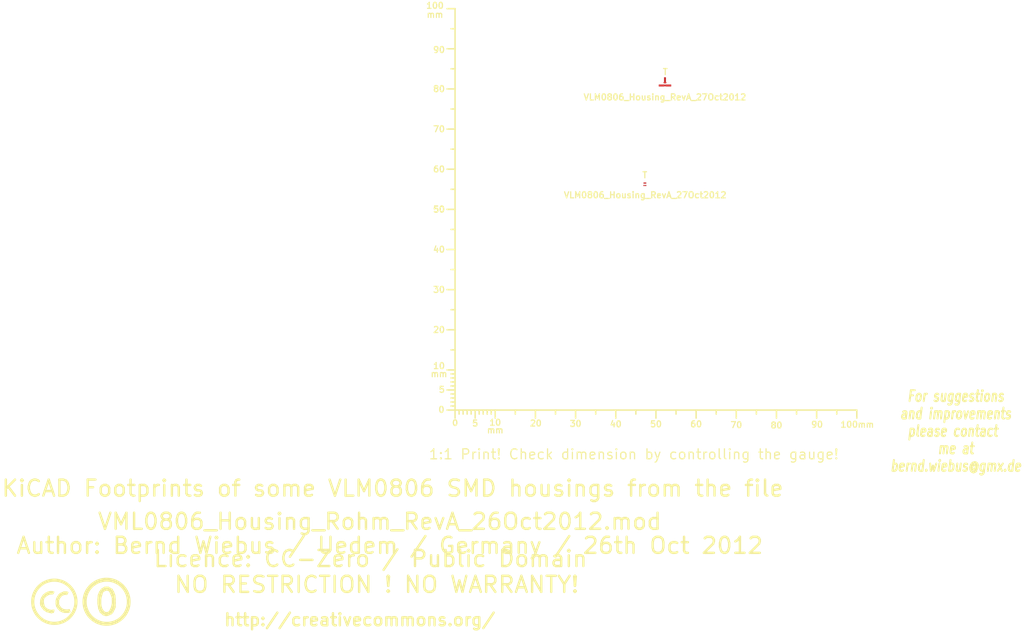
<source format=kicad_pcb>
(kicad_pcb (version 3) (host pcbnew "(2013-03-30 BZR 4007)-stable")

  (general
    (links 0)
    (no_connects 0)
    (area -18.90696 -26.19887 274.02378 178.10007)
    (thickness 1.6002)
    (drawings 7)
    (tracks 0)
    (zones 0)
    (modules 5)
    (nets 1)
  )

  (page A4)
  (layers
    (15 Vorderseite signal)
    (0 Rückseite signal)
    (16 B.Adhes user)
    (17 F.Adhes user)
    (18 B.Paste user)
    (19 F.Paste user)
    (20 B.SilkS user)
    (21 F.SilkS user)
    (22 B.Mask user)
    (23 F.Mask user)
    (24 Dwgs.User user)
    (25 Cmts.User user)
    (26 Eco1.User user)
    (27 Eco2.User user)
    (28 Edge.Cuts user)
  )

  (setup
    (last_trace_width 0.2032)
    (trace_clearance 0.254)
    (zone_clearance 0.508)
    (zone_45_only no)
    (trace_min 0.2032)
    (segment_width 0.381)
    (edge_width 0.381)
    (via_size 0.889)
    (via_drill 0.635)
    (via_min_size 0.889)
    (via_min_drill 0.508)
    (uvia_size 0.508)
    (uvia_drill 0.127)
    (uvias_allowed no)
    (uvia_min_size 0.508)
    (uvia_min_drill 0.127)
    (pcb_text_width 0.3048)
    (pcb_text_size 1.524 2.032)
    (mod_edge_width 0.381)
    (mod_text_size 1.524 1.524)
    (mod_text_width 0.3048)
    (pad_size 1.524 1.524)
    (pad_drill 0.8128)
    (pad_to_mask_clearance 0.254)
    (aux_axis_origin 0 0)
    (visible_elements 7FFFFFFF)
    (pcbplotparams
      (layerselection 3178497)
      (usegerberextensions true)
      (excludeedgelayer true)
      (linewidth 60)
      (plotframeref false)
      (viasonmask false)
      (mode 1)
      (useauxorigin false)
      (hpglpennumber 1)
      (hpglpenspeed 20)
      (hpglpendiameter 15)
      (hpglpenoverlay 0)
      (psnegative false)
      (psa4output false)
      (plotreference true)
      (plotvalue true)
      (plotothertext true)
      (plotinvisibletext false)
      (padsonsilk false)
      (subtractmaskfromsilk false)
      (outputformat 1)
      (mirror false)
      (drillshape 1)
      (scaleselection 1)
      (outputdirectory ""))
  )

  (net 0 "")

  (net_class Default "Dies ist die voreingestellte Netzklasse."
    (clearance 0.254)
    (trace_width 0.2032)
    (via_dia 0.889)
    (via_drill 0.635)
    (uvia_dia 0.508)
    (uvia_drill 0.127)
    (add_net "")
  )

  (module Gauge_100mm_Type2_SilkScreenTop_RevA_Date22Jun2010 (layer Vorderseite) (tedit 4D963937) (tstamp 4D88F07A)
    (at 132.75056 141.2494)
    (descr "Gauge, Massstab, 100mm, SilkScreenTop, Type 2,")
    (tags "Gauge, Massstab, 100mm, SilkScreenTop, Type 2,")
    (path Gauge_100mm_Type2_SilkScreenTop_RevA_Date22Jun2010)
    (fp_text reference MSC (at 4.0005 8.99922) (layer F.SilkS) hide
      (effects (font (size 1.524 1.524) (thickness 0.3048)))
    )
    (fp_text value Gauge_100mm_Type2_SilkScreenTop_RevA_Date22Jun2010 (at 45.9994 8.99922) (layer F.SilkS) hide
      (effects (font (size 1.524 1.524) (thickness 0.3048)))
    )
    (fp_text user mm (at 9.99998 5.00126) (layer F.SilkS)
      (effects (font (size 1.524 1.524) (thickness 0.3048)))
    )
    (fp_text user mm (at -4.0005 -8.99922) (layer F.SilkS)
      (effects (font (size 1.524 1.524) (thickness 0.3048)))
    )
    (fp_text user mm (at -5.00126 -98.5012) (layer F.SilkS)
      (effects (font (size 1.524 1.524) (thickness 0.3048)))
    )
    (fp_text user 10 (at 10.00506 3.0988) (layer F.SilkS)
      (effects (font (size 1.50114 1.50114) (thickness 0.29972)))
    )
    (fp_text user 0 (at 0.00508 3.19786) (layer F.SilkS)
      (effects (font (size 1.39954 1.50114) (thickness 0.29972)))
    )
    (fp_text user 5 (at 5.0038 3.29946) (layer F.SilkS)
      (effects (font (size 1.50114 1.50114) (thickness 0.29972)))
    )
    (fp_text user 20 (at 20.1041 3.29946) (layer F.SilkS)
      (effects (font (size 1.50114 1.50114) (thickness 0.29972)))
    )
    (fp_text user 30 (at 30.00502 3.39852) (layer F.SilkS)
      (effects (font (size 1.50114 1.50114) (thickness 0.29972)))
    )
    (fp_text user 40 (at 40.005 3.50012) (layer F.SilkS)
      (effects (font (size 1.50114 1.50114) (thickness 0.29972)))
    )
    (fp_text user 50 (at 50.00498 3.50012) (layer F.SilkS)
      (effects (font (size 1.50114 1.50114) (thickness 0.29972)))
    )
    (fp_text user 60 (at 60.00496 3.50012) (layer F.SilkS)
      (effects (font (size 1.50114 1.50114) (thickness 0.29972)))
    )
    (fp_text user 70 (at 70.00494 3.70078) (layer F.SilkS)
      (effects (font (size 1.50114 1.50114) (thickness 0.29972)))
    )
    (fp_text user 80 (at 80.00492 3.79984) (layer F.SilkS)
      (effects (font (size 1.50114 1.50114) (thickness 0.29972)))
    )
    (fp_text user 90 (at 90.1065 3.60172) (layer F.SilkS)
      (effects (font (size 1.50114 1.50114) (thickness 0.29972)))
    )
    (fp_text user 100mm (at 100.10648 3.60172) (layer F.SilkS)
      (effects (font (size 1.50114 1.50114) (thickness 0.29972)))
    )
    (fp_line (start 0 -8.99922) (end -1.00076 -8.99922) (layer F.SilkS) (width 0.381))
    (fp_line (start 0 -8.001) (end -1.00076 -8.001) (layer F.SilkS) (width 0.381))
    (fp_line (start 0 -7.00024) (end -1.00076 -7.00024) (layer F.SilkS) (width 0.381))
    (fp_line (start 0 -5.99948) (end -1.00076 -5.99948) (layer F.SilkS) (width 0.381))
    (fp_line (start 0 -4.0005) (end -1.00076 -4.0005) (layer F.SilkS) (width 0.381))
    (fp_line (start 0 -2.99974) (end -1.00076 -2.99974) (layer F.SilkS) (width 0.381))
    (fp_line (start 0 -1.99898) (end -1.00076 -1.99898) (layer F.SilkS) (width 0.381))
    (fp_line (start 0 -1.00076) (end -1.00076 -1.00076) (layer F.SilkS) (width 0.381))
    (fp_line (start 0 0) (end -1.99898 0) (layer F.SilkS) (width 0.381))
    (fp_line (start 0 -5.00126) (end -1.99898 -5.00126) (layer F.SilkS) (width 0.381))
    (fp_line (start 0 -9.99998) (end -1.99898 -9.99998) (layer F.SilkS) (width 0.381))
    (fp_line (start 0 -15.00124) (end -1.00076 -15.00124) (layer F.SilkS) (width 0.381))
    (fp_line (start 0 -19.99996) (end -1.99898 -19.99996) (layer F.SilkS) (width 0.381))
    (fp_line (start 0 -25.00122) (end -1.00076 -25.00122) (layer F.SilkS) (width 0.381))
    (fp_line (start 0 -29.99994) (end -1.99898 -29.99994) (layer F.SilkS) (width 0.381))
    (fp_line (start 0 -35.0012) (end -1.00076 -35.0012) (layer F.SilkS) (width 0.381))
    (fp_line (start 0 -39.99992) (end -1.99898 -39.99992) (layer F.SilkS) (width 0.381))
    (fp_line (start 0 -45.00118) (end -1.00076 -45.00118) (layer F.SilkS) (width 0.381))
    (fp_line (start 0 -49.9999) (end -1.99898 -49.9999) (layer F.SilkS) (width 0.381))
    (fp_line (start 0 -55.00116) (end -1.00076 -55.00116) (layer F.SilkS) (width 0.381))
    (fp_line (start 0 -59.99988) (end -1.99898 -59.99988) (layer F.SilkS) (width 0.381))
    (fp_line (start 0 -65.00114) (end -1.00076 -65.00114) (layer F.SilkS) (width 0.381))
    (fp_line (start 0 -69.99986) (end -1.99898 -69.99986) (layer F.SilkS) (width 0.381))
    (fp_line (start 0 -75.00112) (end -1.00076 -75.00112) (layer F.SilkS) (width 0.381))
    (fp_line (start 0 -79.99984) (end -1.99898 -79.99984) (layer F.SilkS) (width 0.381))
    (fp_line (start 0 -85.0011) (end -1.00076 -85.0011) (layer F.SilkS) (width 0.381))
    (fp_line (start 0 -89.99982) (end -1.99898 -89.99982) (layer F.SilkS) (width 0.381))
    (fp_line (start 0 -95.00108) (end -1.00076 -95.00108) (layer F.SilkS) (width 0.381))
    (fp_line (start 0 0) (end 0 -99.9998) (layer F.SilkS) (width 0.381))
    (fp_line (start 0 -99.9998) (end -1.99898 -99.9998) (layer F.SilkS) (width 0.381))
    (fp_text user 100 (at -4.99872 -100.7491) (layer F.SilkS)
      (effects (font (size 1.50114 1.50114) (thickness 0.29972)))
    )
    (fp_text user 90 (at -4.0005 -89.7509) (layer F.SilkS)
      (effects (font (size 1.50114 1.50114) (thickness 0.29972)))
    )
    (fp_text user 80 (at -4.0005 -79.99984) (layer F.SilkS)
      (effects (font (size 1.50114 1.50114) (thickness 0.29972)))
    )
    (fp_text user 70 (at -4.0005 -69.99986) (layer F.SilkS)
      (effects (font (size 1.50114 1.50114) (thickness 0.29972)))
    )
    (fp_text user 60 (at -4.0005 -59.99988) (layer F.SilkS)
      (effects (font (size 1.50114 1.50114) (thickness 0.29972)))
    )
    (fp_text user 50 (at -4.0005 -49.9999) (layer F.SilkS)
      (effects (font (size 1.50114 1.50114) (thickness 0.34036)))
    )
    (fp_text user 40 (at -4.0005 -39.99992) (layer F.SilkS)
      (effects (font (size 1.50114 1.50114) (thickness 0.29972)))
    )
    (fp_text user 30 (at -4.0005 -29.99994) (layer F.SilkS)
      (effects (font (size 1.50114 1.50114) (thickness 0.29972)))
    )
    (fp_text user 20 (at -4.0005 -19.99996) (layer F.SilkS)
      (effects (font (size 1.50114 1.50114) (thickness 0.29972)))
    )
    (fp_line (start 95.00108 0) (end 95.00108 1.00076) (layer F.SilkS) (width 0.381))
    (fp_line (start 89.99982 0) (end 89.99982 1.99898) (layer F.SilkS) (width 0.381))
    (fp_line (start 85.0011 0) (end 85.0011 1.00076) (layer F.SilkS) (width 0.381))
    (fp_line (start 79.99984 0) (end 79.99984 1.99898) (layer F.SilkS) (width 0.381))
    (fp_line (start 75.00112 0) (end 75.00112 1.00076) (layer F.SilkS) (width 0.381))
    (fp_line (start 69.99986 0) (end 69.99986 1.99898) (layer F.SilkS) (width 0.381))
    (fp_line (start 65.00114 0) (end 65.00114 1.00076) (layer F.SilkS) (width 0.381))
    (fp_line (start 59.99988 0) (end 59.99988 1.99898) (layer F.SilkS) (width 0.381))
    (fp_line (start 55.00116 0) (end 55.00116 1.00076) (layer F.SilkS) (width 0.381))
    (fp_line (start 49.9999 0) (end 49.9999 1.99898) (layer F.SilkS) (width 0.381))
    (fp_line (start 45.00118 0) (end 45.00118 1.00076) (layer F.SilkS) (width 0.381))
    (fp_line (start 39.99992 0) (end 39.99992 1.99898) (layer F.SilkS) (width 0.381))
    (fp_line (start 35.0012 0) (end 35.0012 1.00076) (layer F.SilkS) (width 0.381))
    (fp_line (start 29.99994 0) (end 29.99994 1.99898) (layer F.SilkS) (width 0.381))
    (fp_line (start 25.00122 0) (end 25.00122 1.00076) (layer F.SilkS) (width 0.381))
    (fp_line (start 19.99996 0) (end 19.99996 1.99898) (layer F.SilkS) (width 0.381))
    (fp_line (start 15.00124 0) (end 15.00124 1.00076) (layer F.SilkS) (width 0.381))
    (fp_line (start 9.99998 0) (end 99.9998 0) (layer F.SilkS) (width 0.381))
    (fp_line (start 99.9998 0) (end 99.9998 1.99898) (layer F.SilkS) (width 0.381))
    (fp_text user 5 (at -3.302 -5.10286) (layer F.SilkS)
      (effects (font (size 1.50114 1.50114) (thickness 0.29972)))
    )
    (fp_text user 0 (at -3.4036 -0.10414) (layer F.SilkS)
      (effects (font (size 1.50114 1.50114) (thickness 0.29972)))
    )
    (fp_text user 10 (at -4.0005 -11.00074) (layer F.SilkS)
      (effects (font (size 1.50114 1.50114) (thickness 0.29972)))
    )
    (fp_line (start 8.99922 0) (end 8.99922 1.00076) (layer F.SilkS) (width 0.381))
    (fp_line (start 8.001 0) (end 8.001 1.00076) (layer F.SilkS) (width 0.381))
    (fp_line (start 7.00024 0) (end 7.00024 1.00076) (layer F.SilkS) (width 0.381))
    (fp_line (start 5.99948 0) (end 5.99948 1.00076) (layer F.SilkS) (width 0.381))
    (fp_line (start 4.0005 0) (end 4.0005 1.00076) (layer F.SilkS) (width 0.381))
    (fp_line (start 2.99974 0) (end 2.99974 1.00076) (layer F.SilkS) (width 0.381))
    (fp_line (start 1.99898 0) (end 1.99898 1.00076) (layer F.SilkS) (width 0.381))
    (fp_line (start 1.00076 0) (end 1.00076 1.00076) (layer F.SilkS) (width 0.381))
    (fp_line (start 5.00126 0) (end 5.00126 1.99898) (layer F.SilkS) (width 0.381))
    (fp_line (start 0 0) (end 0 1.99898) (layer F.SilkS) (width 0.381))
    (fp_line (start 0 0) (end 9.99998 0) (layer F.SilkS) (width 0.381))
    (fp_line (start 9.99998 0) (end 9.99998 1.99898) (layer F.SilkS) (width 0.381))
  )

  (module VLM0806_Housing_RevA_27Oct2012 (layer Vorderseite) (tedit 508B0D13) (tstamp 508B08D7)
    (at 179.99964 85.0011)
    (descr "VLM0806, Housing, Rohm,")
    (tags "VLM0806, Housing, Rohm,")
    (path VLM0806_Housing_RevA_27Oct2012)
    (attr smd)
    (fp_text reference T (at -0.02032 -2.29108) (layer F.SilkS)
      (effects (font (size 1.524 1.524) (thickness 0.3048)))
    )
    (fp_text value VLM0806_Housing_RevA_27Oct2012 (at 0.07112 2.68986) (layer F.SilkS)
      (effects (font (size 1.524 1.524) (thickness 0.3048)))
    )
    (pad 1 smd rect (at 0.20066 0.29972) (size 0.29972 0.29972)
      (layers Vorderseite F.Paste F.Mask)
    )
    (pad 2 smd rect (at -0.20066 0.29972) (size 0.29972 0.29972)
      (layers Vorderseite F.Paste F.Mask)
    )
    (pad 3 smd rect (at 0 -0.29972) (size 0.70104 0.29972)
      (layers Vorderseite F.Paste F.Mask)
    )
    (model VML0806_Housing_Rohm_Wings3d_RevA_26Oct2012/VML0806_Housing_Rohm_Faktor03937_26Oct2012.wrl
      (at (xyz 0 0 0))
      (scale (xyz 0.3937 0.3937 0.3937))
      (rotate (xyz 0 0 0))
    )
  )

  (module VLM0806_Housing_Handsoldering_RevA_27Oct2012 (layer Vorderseite) (tedit 508B1230) (tstamp 508B1217)
    (at 185.0009 59.99988)
    (descr "VLM0806, Housing, Rohm,")
    (tags "VLM0806, Housing, Rohm,")
    (path VLM0806_Housing_RevA_27Oct2012)
    (attr smd)
    (fp_text reference T (at 0.07112 -2.99974) (layer F.SilkS)
      (effects (font (size 1.524 1.524) (thickness 0.3048)))
    )
    (fp_text value VLM0806_Housing_RevA_27Oct2012 (at -0.02032 3.30962) (layer F.SilkS)
      (effects (font (size 1.524 1.524) (thickness 0.3048)))
    )
    (pad 1 smd rect (at 0.20066 0.29972) (size 0.29972 0.29972)
      (layers Vorderseite F.Paste F.Mask)
    )
    (pad 2 smd rect (at -0.20066 0.29972) (size 0.29972 0.29972)
      (layers Vorderseite F.Paste F.Mask)
    )
    (pad 3 smd rect (at 0 -0.29972) (size 0.70104 0.29972)
      (layers Vorderseite F.Paste F.Mask)
    )
    (pad 1 smd rect (at 0.8001 0.39878) (size 1.50114 0.50038)
      (layers Vorderseite F.Paste F.Mask)
    )
    (pad 2 smd rect (at -0.8001 0.39878) (size 1.50114 0.50038)
      (layers Vorderseite F.Paste F.Mask)
    )
    (pad 3 smd rect (at 0 -0.90932 90) (size 1.50114 0.50038)
      (layers Vorderseite F.Paste F.Mask)
    )
    (model VML0806_Housing_Rohm_Wings3d_RevA_26Oct2012/VML0806_Housing_Rohm_Faktor03937_26Oct2012.wrl
      (at (xyz 0 0 0))
      (scale (xyz 0.3937 0.3937 0.3937))
      (rotate (xyz 0 0 0))
    )
  )

  (module Symbol_CC-PublicDomain_SilkScreenTop_Big (layer Vorderseite) (tedit 515D641F) (tstamp 515F0B64)
    (at 46 189)
    (descr "Symbol, CC-PublicDomain, SilkScreen Top, Big,")
    (tags "Symbol, CC-PublicDomain, SilkScreen Top, Big,")
    (path Symbol_CC-Noncommercial_CopperTop_Big)
    (fp_text reference Sym (at 0.59944 -7.29996) (layer F.SilkS) hide
      (effects (font (size 1.524 1.524) (thickness 0.3048)))
    )
    (fp_text value Symbol_CC-PublicDomain_SilkScreenTop_Big (at 0.59944 8.001) (layer F.SilkS) hide
      (effects (font (size 1.524 1.524) (thickness 0.3048)))
    )
    (fp_circle (center 0 0) (end 5.8 -0.05) (layer F.SilkS) (width 0.381))
    (fp_circle (center 0 0) (end 5.5 0) (layer F.SilkS) (width 0.381))
    (fp_circle (center 0.05 0) (end 5.25 0) (layer F.SilkS) (width 0.381))
    (fp_line (start 1.1 -2.5) (end 1.4 -1.9) (layer F.SilkS) (width 0.381))
    (fp_line (start -1.8 1.2) (end -1.6 1.9) (layer F.SilkS) (width 0.381))
    (fp_line (start -1.6 1.9) (end -1.2 2.5) (layer F.SilkS) (width 0.381))
    (fp_line (start 0 -3) (end 0.75 -2.75) (layer F.SilkS) (width 0.381))
    (fp_line (start 0.75 -2.75) (end 1 -2.25) (layer F.SilkS) (width 0.381))
    (fp_line (start 1 -2.25) (end 1.5 -1) (layer F.SilkS) (width 0.381))
    (fp_line (start 1.5 -1) (end 1.5 -0.5) (layer F.SilkS) (width 0.381))
    (fp_line (start 1.5 -0.5) (end 1.5 0.5) (layer F.SilkS) (width 0.381))
    (fp_line (start 1.5 0.5) (end 1.25 1.5) (layer F.SilkS) (width 0.381))
    (fp_line (start 1.25 1.5) (end 0.75 2.5) (layer F.SilkS) (width 0.381))
    (fp_line (start 0.75 2.5) (end 0.25 2.75) (layer F.SilkS) (width 0.381))
    (fp_line (start 0.25 2.75) (end -0.25 2.75) (layer F.SilkS) (width 0.381))
    (fp_line (start -0.25 2.75) (end -0.75 2.5) (layer F.SilkS) (width 0.381))
    (fp_line (start -0.75 2.5) (end -1.25 1.75) (layer F.SilkS) (width 0.381))
    (fp_line (start -1.25 1.75) (end -1.5 0.75) (layer F.SilkS) (width 0.381))
    (fp_line (start -1.5 0.75) (end -1.5 -0.75) (layer F.SilkS) (width 0.381))
    (fp_line (start -1.5 -0.75) (end -1.25 -1.75) (layer F.SilkS) (width 0.381))
    (fp_line (start -1.25 -1.75) (end -1 -2.5) (layer F.SilkS) (width 0.381))
    (fp_line (start -1 -2.5) (end -0.3 -2.9) (layer F.SilkS) (width 0.381))
    (fp_line (start -0.3 -2.9) (end 0.2 -3) (layer F.SilkS) (width 0.381))
    (fp_line (start 0.2 -3) (end 0.8 -3) (layer F.SilkS) (width 0.381))
    (fp_line (start 0.8 -3) (end 1.4 -2.3) (layer F.SilkS) (width 0.381))
    (fp_line (start 1.4 -2.3) (end 1.6 -1.4) (layer F.SilkS) (width 0.381))
    (fp_line (start 1.6 -1.4) (end 1.7 -0.3) (layer F.SilkS) (width 0.381))
    (fp_line (start 1.7 -0.3) (end 1.7 0.9) (layer F.SilkS) (width 0.381))
    (fp_line (start 1.7 0.9) (end 1.4 1.8) (layer F.SilkS) (width 0.381))
    (fp_line (start 1.4 1.8) (end 1 2.7) (layer F.SilkS) (width 0.381))
    (fp_line (start 1 2.7) (end 0.5 3) (layer F.SilkS) (width 0.381))
    (fp_line (start 0.5 3) (end -0.4 3) (layer F.SilkS) (width 0.381))
    (fp_line (start -0.4 3) (end -1.3 2.3) (layer F.SilkS) (width 0.381))
    (fp_line (start -1.3 2.3) (end -1.7 1) (layer F.SilkS) (width 0.381))
    (fp_line (start -1.7 1) (end -1.8 -0.7) (layer F.SilkS) (width 0.381))
    (fp_line (start -1.8 -0.7) (end -1.4 -2.2) (layer F.SilkS) (width 0.381))
    (fp_line (start -1.4 -2.2) (end -1 -2.9) (layer F.SilkS) (width 0.381))
    (fp_line (start -1 -2.9) (end -0.2 -3.3) (layer F.SilkS) (width 0.381))
    (fp_line (start -0.2 -3.3) (end 0.7 -3.2) (layer F.SilkS) (width 0.381))
    (fp_line (start 0.7 -3.2) (end 1.3 -3.1) (layer F.SilkS) (width 0.381))
    (fp_line (start 1.3 -3.1) (end 1.7 -2.4) (layer F.SilkS) (width 0.381))
    (fp_line (start 1.7 -2.4) (end 2 -1.6) (layer F.SilkS) (width 0.381))
    (fp_line (start 2 -1.6) (end 2.1 -0.6) (layer F.SilkS) (width 0.381))
    (fp_line (start 2.1 -0.6) (end 2.1 0.3) (layer F.SilkS) (width 0.381))
    (fp_line (start 2.1 0.3) (end 2.1 1.3) (layer F.SilkS) (width 0.381))
    (fp_line (start 2.1 1.3) (end 1.9 1.8) (layer F.SilkS) (width 0.381))
    (fp_line (start 1.9 1.8) (end 1.5 2.6) (layer F.SilkS) (width 0.381))
    (fp_line (start 1.5 2.6) (end 1.1 3) (layer F.SilkS) (width 0.381))
    (fp_line (start 1.1 3) (end 0.4 3.3) (layer F.SilkS) (width 0.381))
    (fp_line (start 0.4 3.3) (end -0.1 3.4) (layer F.SilkS) (width 0.381))
    (fp_line (start -0.1 3.4) (end -0.8 3.2) (layer F.SilkS) (width 0.381))
    (fp_line (start -0.8 3.2) (end -1.5 2.6) (layer F.SilkS) (width 0.381))
    (fp_line (start -1.5 2.6) (end -1.9 1.7) (layer F.SilkS) (width 0.381))
    (fp_line (start -1.9 1.7) (end -2.1 0.4) (layer F.SilkS) (width 0.381))
    (fp_line (start -2.1 0.4) (end -2.1 -0.6) (layer F.SilkS) (width 0.381))
    (fp_line (start -2.1 -0.6) (end -2 -1.6) (layer F.SilkS) (width 0.381))
    (fp_line (start -2 -1.6) (end -1.7 -2.4) (layer F.SilkS) (width 0.381))
    (fp_line (start -1.7 -2.4) (end -1.2 -3.1) (layer F.SilkS) (width 0.381))
    (fp_line (start -1.2 -3.1) (end -0.4 -3.6) (layer F.SilkS) (width 0.381))
    (fp_line (start -0.4 -3.6) (end 0.4 -3.6) (layer F.SilkS) (width 0.381))
    (fp_line (start 0.4 -3.6) (end 1.1 -3.2) (layer F.SilkS) (width 0.381))
    (fp_line (start 1.1 -3.2) (end 1.1 -2.9) (layer F.SilkS) (width 0.381))
    (fp_line (start 1.1 -2.9) (end 1.8 -1.5) (layer F.SilkS) (width 0.381))
    (fp_line (start 1.8 -1.5) (end 1.8 -0.4) (layer F.SilkS) (width 0.381))
    (fp_line (start 1.8 -0.4) (end 1.8 1.1) (layer F.SilkS) (width 0.381))
    (fp_line (start 1.8 1.1) (end 1.2 2.6) (layer F.SilkS) (width 0.381))
    (fp_line (start 1.2 2.6) (end 0.2 3.2) (layer F.SilkS) (width 0.381))
    (fp_line (start 0.2 3.2) (end -0.5 3.2) (layer F.SilkS) (width 0.381))
    (fp_line (start -0.5 3.2) (end -1.1 2.7) (layer F.SilkS) (width 0.381))
    (fp_line (start -1.1 2.7) (end -1.9 0.6) (layer F.SilkS) (width 0.381))
    (fp_line (start -1.9 0.6) (end -1.7 -1.9) (layer F.SilkS) (width 0.381))
  )

  (module Symbol_CreativeCommons_SilkScreenTop_Type2_Big (layer Vorderseite) (tedit 515D640C) (tstamp 515D6AF0)
    (at 33 189)
    (descr "Symbol, Creative Commons, SilkScreen Top, Type 2, Big,")
    (tags "Symbol, Creative Commons, SilkScreen Top, Type 2, Big,")
    (path Symbol_CreativeCommons_CopperTop_Type2_Big)
    (fp_text reference Sym (at 0.59944 -7.29996) (layer F.SilkS) hide
      (effects (font (size 1.524 1.524) (thickness 0.3048)))
    )
    (fp_text value Symbol_CreativeCommons_Typ2_SilkScreenTop_Big (at 0.59944 8.001) (layer F.SilkS) hide
      (effects (font (size 1.524 1.524) (thickness 0.3048)))
    )
    (fp_line (start -0.70104 2.70002) (end -0.29972 2.60096) (layer F.SilkS) (width 0.381))
    (fp_line (start -0.29972 2.60096) (end -0.20066 2.10058) (layer F.SilkS) (width 0.381))
    (fp_line (start -2.49936 -1.69926) (end -2.70002 -1.6002) (layer F.SilkS) (width 0.381))
    (fp_line (start -2.70002 -1.6002) (end -3.0988 -1.00076) (layer F.SilkS) (width 0.381))
    (fp_line (start -3.0988 -1.00076) (end -3.29946 -0.50038) (layer F.SilkS) (width 0.381))
    (fp_line (start -3.29946 -0.50038) (end -3.40106 0.39878) (layer F.SilkS) (width 0.381))
    (fp_line (start -3.40106 0.39878) (end -3.29946 0.89916) (layer F.SilkS) (width 0.381))
    (fp_line (start -0.19812 2.4003) (end -0.29718 2.59842) (layer F.SilkS) (width 0.381))
    (fp_line (start 3.70078 2.10058) (end 3.79984 2.4003) (layer F.SilkS) (width 0.381))
    (fp_line (start 2.99974 -2.4003) (end 3.29946 -2.30124) (layer F.SilkS) (width 0.381))
    (fp_line (start 3.29946 -2.30124) (end 3.0988 -1.99898) (layer F.SilkS) (width 0.381))
    (fp_line (start 0 -5.40004) (end -0.50038 -5.40004) (layer F.SilkS) (width 0.381))
    (fp_line (start -0.50038 -5.40004) (end -1.30048 -5.10032) (layer F.SilkS) (width 0.381))
    (fp_line (start -1.30048 -5.10032) (end -1.99898 -4.89966) (layer F.SilkS) (width 0.381))
    (fp_line (start -1.99898 -4.89966) (end -2.70002 -4.699) (layer F.SilkS) (width 0.381))
    (fp_line (start -2.70002 -4.699) (end -3.29946 -4.20116) (layer F.SilkS) (width 0.381))
    (fp_line (start -3.29946 -4.20116) (end -4.0005 -3.59918) (layer F.SilkS) (width 0.381))
    (fp_line (start -4.0005 -3.59918) (end -4.50088 -2.99974) (layer F.SilkS) (width 0.381))
    (fp_line (start -4.50088 -2.99974) (end -5.00126 -2.10058) (layer F.SilkS) (width 0.381))
    (fp_line (start -5.00126 -2.10058) (end -5.30098 -1.09982) (layer F.SilkS) (width 0.381))
    (fp_line (start -5.30098 -1.09982) (end -5.40004 0.09906) (layer F.SilkS) (width 0.381))
    (fp_line (start -5.40004 0.09906) (end -5.19938 1.30048) (layer F.SilkS) (width 0.381))
    (fp_line (start -5.19938 1.30048) (end -4.8006 2.4003) (layer F.SilkS) (width 0.381))
    (fp_line (start -4.8006 2.4003) (end -3.79984 3.8989) (layer F.SilkS) (width 0.381))
    (fp_line (start -3.79984 3.8989) (end -2.60096 4.8006) (layer F.SilkS) (width 0.381))
    (fp_line (start -2.60096 4.8006) (end -1.30048 5.30098) (layer F.SilkS) (width 0.381))
    (fp_line (start -1.30048 5.30098) (end 0.09906 5.30098) (layer F.SilkS) (width 0.381))
    (fp_line (start 0.09906 5.30098) (end 1.6002 5.19938) (layer F.SilkS) (width 0.381))
    (fp_line (start 1.6002 5.19938) (end 2.60096 4.699) (layer F.SilkS) (width 0.381))
    (fp_line (start 2.60096 4.699) (end 4.20116 3.40106) (layer F.SilkS) (width 0.381))
    (fp_line (start 4.20116 3.40106) (end 5.00126 1.80086) (layer F.SilkS) (width 0.381))
    (fp_line (start 5.00126 1.80086) (end 5.40004 0.29972) (layer F.SilkS) (width 0.381))
    (fp_line (start 5.40004 0.29972) (end 5.19938 -1.39954) (layer F.SilkS) (width 0.381))
    (fp_line (start 5.19938 -1.39954) (end 4.699 -2.49936) (layer F.SilkS) (width 0.381))
    (fp_line (start 4.699 -2.49936) (end 3.40106 -4.09956) (layer F.SilkS) (width 0.381))
    (fp_line (start 3.40106 -4.09956) (end 2.4003 -4.8006) (layer F.SilkS) (width 0.381))
    (fp_line (start 2.4003 -4.8006) (end 1.39954 -5.19938) (layer F.SilkS) (width 0.381))
    (fp_line (start 1.39954 -5.19938) (end 0 -5.30098) (layer F.SilkS) (width 0.381))
    (fp_line (start 0.60198 -0.70104) (end 0.50292 -0.20066) (layer F.SilkS) (width 0.381))
    (fp_line (start 0.50292 -0.20066) (end 0.50292 0.49784) (layer F.SilkS) (width 0.381))
    (fp_line (start 0.50292 0.49784) (end 0.60198 1.09982) (layer F.SilkS) (width 0.381))
    (fp_line (start 0.60198 1.09982) (end 1.00076 1.69926) (layer F.SilkS) (width 0.381))
    (fp_line (start 1.00076 1.69926) (end 1.50114 2.19964) (layer F.SilkS) (width 0.381))
    (fp_line (start 1.50114 2.19964) (end 2.10058 2.49936) (layer F.SilkS) (width 0.381))
    (fp_line (start 2.10058 2.49936) (end 2.60096 2.59842) (layer F.SilkS) (width 0.381))
    (fp_line (start 2.60096 2.59842) (end 3.00228 2.59842) (layer F.SilkS) (width 0.381))
    (fp_line (start 3.00228 2.59842) (end 3.40106 2.59842) (layer F.SilkS) (width 0.381))
    (fp_line (start 3.40106 2.59842) (end 3.80238 2.49936) (layer F.SilkS) (width 0.381))
    (fp_line (start 3.80238 2.49936) (end 3.70078 2.2987) (layer F.SilkS) (width 0.381))
    (fp_line (start 3.70078 2.2987) (end 2.80162 2.4003) (layer F.SilkS) (width 0.381))
    (fp_line (start 2.80162 2.4003) (end 1.80086 2.09804) (layer F.SilkS) (width 0.381))
    (fp_line (start 1.80086 2.09804) (end 1.20142 1.6002) (layer F.SilkS) (width 0.381))
    (fp_line (start 1.20142 1.6002) (end 0.80264 0.6985) (layer F.SilkS) (width 0.381))
    (fp_line (start 0.80264 0.6985) (end 0.70104 -0.29972) (layer F.SilkS) (width 0.381))
    (fp_line (start 0.70104 -0.29972) (end 1.00076 -1.00076) (layer F.SilkS) (width 0.381))
    (fp_line (start 1.00076 -1.00076) (end 1.60274 -1.7018) (layer F.SilkS) (width 0.381))
    (fp_line (start 1.60274 -1.7018) (end 2.30124 -2.10058) (layer F.SilkS) (width 0.381))
    (fp_line (start 2.30124 -2.10058) (end 3.00228 -2.10058) (layer F.SilkS) (width 0.381))
    (fp_line (start 3.00228 -2.10058) (end 3.10134 -1.89992) (layer F.SilkS) (width 0.381))
    (fp_line (start 3.10134 -1.89992) (end 2.5019 -1.89992) (layer F.SilkS) (width 0.381))
    (fp_line (start 2.5019 -1.89992) (end 1.80086 -1.6002) (layer F.SilkS) (width 0.381))
    (fp_line (start 1.80086 -1.6002) (end 1.30048 -1.00076) (layer F.SilkS) (width 0.381))
    (fp_line (start 1.30048 -1.00076) (end 1.00076 -0.40132) (layer F.SilkS) (width 0.381))
    (fp_line (start 1.00076 -0.40132) (end 1.00076 0.09906) (layer F.SilkS) (width 0.381))
    (fp_line (start 1.00076 0.09906) (end 1.00076 0.6985) (layer F.SilkS) (width 0.381))
    (fp_line (start 1.00076 0.6985) (end 1.30048 1.19888) (layer F.SilkS) (width 0.381))
    (fp_line (start 1.30048 1.19888) (end 1.7018 1.69926) (layer F.SilkS) (width 0.381))
    (fp_line (start 1.7018 1.69926) (end 2.30124 1.99898) (layer F.SilkS) (width 0.381))
    (fp_line (start 2.30124 1.99898) (end 2.90068 2.09804) (layer F.SilkS) (width 0.381))
    (fp_line (start 2.90068 2.09804) (end 3.40106 2.09804) (layer F.SilkS) (width 0.381))
    (fp_line (start 3.40106 2.09804) (end 3.70078 1.99898) (layer F.SilkS) (width 0.381))
    (fp_line (start 3.00228 -2.4003) (end 2.40284 -2.4003) (layer F.SilkS) (width 0.381))
    (fp_line (start 2.40284 -2.4003) (end 2.00152 -2.20218) (layer F.SilkS) (width 0.381))
    (fp_line (start 2.00152 -2.20218) (end 1.50114 -2.00152) (layer F.SilkS) (width 0.381))
    (fp_line (start 1.50114 -2.00152) (end 1.10236 -1.6002) (layer F.SilkS) (width 0.381))
    (fp_line (start 1.10236 -1.6002) (end 0.80264 -1.09982) (layer F.SilkS) (width 0.381))
    (fp_line (start 0.80264 -1.09982) (end 0.60198 -0.70104) (layer F.SilkS) (width 0.381))
    (fp_line (start -0.39878 -1.99898) (end -0.89916 -1.99898) (layer F.SilkS) (width 0.381))
    (fp_line (start -0.89916 -1.99898) (end -1.39954 -1.89738) (layer F.SilkS) (width 0.381))
    (fp_line (start -1.39954 -1.89738) (end -1.89992 -1.59766) (layer F.SilkS) (width 0.381))
    (fp_line (start -1.89992 -1.59766) (end -2.4003 -1.19888) (layer F.SilkS) (width 0.381))
    (fp_line (start -2.4003 -1.30048) (end -2.70002 -0.8001) (layer F.SilkS) (width 0.381))
    (fp_line (start -2.70002 -0.8001) (end -2.79908 -0.29972) (layer F.SilkS) (width 0.381))
    (fp_line (start -2.79908 -0.29972) (end -2.79908 0.20066) (layer F.SilkS) (width 0.381))
    (fp_line (start -2.79908 0.20066) (end -2.59842 1.00076) (layer F.SilkS) (width 0.381))
    (fp_line (start -2.69748 1.00076) (end -2.39776 1.39954) (layer F.SilkS) (width 0.381))
    (fp_line (start -2.29616 1.4986) (end -1.79578 1.89992) (layer F.SilkS) (width 0.381))
    (fp_line (start -1.79578 1.89992) (end -1.29794 2.09804) (layer F.SilkS) (width 0.381))
    (fp_line (start -1.29794 2.09804) (end -0.89662 2.19964) (layer F.SilkS) (width 0.381))
    (fp_line (start -0.89662 2.19964) (end -0.49784 2.19964) (layer F.SilkS) (width 0.381))
    (fp_line (start -0.49784 2.19964) (end -0.19812 2.09804) (layer F.SilkS) (width 0.381))
    (fp_line (start -0.19812 2.09804) (end -0.29718 2.4003) (layer F.SilkS) (width 0.381))
    (fp_line (start -0.29718 2.4003) (end -0.89662 2.49936) (layer F.SilkS) (width 0.381))
    (fp_line (start -0.89662 2.49936) (end -1.59766 2.2987) (layer F.SilkS) (width 0.381))
    (fp_line (start -1.59766 2.2987) (end -2.29616 1.79832) (layer F.SilkS) (width 0.381))
    (fp_line (start -2.29616 1.79832) (end -2.79654 1.29794) (layer F.SilkS) (width 0.381))
    (fp_line (start -2.79908 1.39954) (end -2.99974 0.70104) (layer F.SilkS) (width 0.381))
    (fp_line (start -2.99974 0.70104) (end -3.0988 0) (layer F.SilkS) (width 0.381))
    (fp_line (start -3.0988 0) (end -2.99974 -0.59944) (layer F.SilkS) (width 0.381))
    (fp_line (start -2.99974 -0.8001) (end -2.70002 -1.30048) (layer F.SilkS) (width 0.381))
    (fp_line (start -2.70002 -1.09982) (end -2.19964 -1.6002) (layer F.SilkS) (width 0.381))
    (fp_line (start -2.19964 -1.69926) (end -1.69926 -1.99898) (layer F.SilkS) (width 0.381))
    (fp_line (start -1.69926 -1.99898) (end -1.19888 -2.19964) (layer F.SilkS) (width 0.381))
    (fp_line (start -1.19888 -2.19964) (end -0.6985 -2.19964) (layer F.SilkS) (width 0.381))
    (fp_line (start -0.6985 -2.19964) (end -0.29972 -2.19964) (layer F.SilkS) (width 0.381))
    (fp_line (start -0.29972 -2.19964) (end -0.20066 -2.39776) (layer F.SilkS) (width 0.381))
    (fp_line (start -0.20066 -2.39776) (end -0.59944 -2.49936) (layer F.SilkS) (width 0.381))
    (fp_line (start -0.59944 -2.49936) (end -1.00076 -2.49936) (layer F.SilkS) (width 0.381))
    (fp_line (start -1.00076 -2.49936) (end -1.4986 -2.39776) (layer F.SilkS) (width 0.381))
    (fp_line (start -1.4986 -2.39776) (end -2.10058 -2.09804) (layer F.SilkS) (width 0.381))
    (fp_line (start -2.10058 -2.09804) (end -2.59842 -1.69926) (layer F.SilkS) (width 0.381))
    (fp_line (start -2.59842 -1.6002) (end -3.0988 -0.89916) (layer F.SilkS) (width 0.381))
    (fp_line (start -3.0988 -0.89916) (end -3.29946 -0.29972) (layer F.SilkS) (width 0.381))
    (fp_line (start -3.29946 -0.29972) (end -3.29946 0.40132) (layer F.SilkS) (width 0.381))
    (fp_line (start -3.29946 0.40132) (end -3.2004 1.00076) (layer F.SilkS) (width 0.381))
    (fp_line (start -3.29946 0.8001) (end -2.99974 1.39954) (layer F.SilkS) (width 0.381))
    (fp_line (start -2.89814 1.4986) (end -2.49682 1.99898) (layer F.SilkS) (width 0.381))
    (fp_line (start -2.49682 1.99898) (end -1.89738 2.4003) (layer F.SilkS) (width 0.381))
    (fp_line (start -1.89738 2.4003) (end -1.19634 2.59842) (layer F.SilkS) (width 0.381))
    (fp_line (start -1.19634 2.59842) (end -0.69596 2.70002) (layer F.SilkS) (width 0.381))
    (fp_line (start -2.9972 1.19888) (end -2.59842 1.19888) (layer F.SilkS) (width 0.381))
    (fp_circle (center 0 0) (end 5.08 1.016) (layer F.SilkS) (width 0.381))
    (fp_circle (center 0 0) (end 5.588 0) (layer F.SilkS) (width 0.381))
  )

  (gr_text "For suggestions\nand improvements\nplease contact \nme at\nbernd.wiebus@gmx.de" (at 257.41884 146.4691) (layer F.SilkS)
    (effects (font (size 2.70002 1.99898) (thickness 0.50038) italic))
  )
  (gr_text "1:1 Print! Check dimension by controlling the gauge!" (at 177.24882 152.25014) (layer F.SilkS)
    (effects (font (size 2.49936 2.49936) (thickness 0.29972)))
  )
  (gr_text "Author: Bernd Wiebus / Uedem / Germany / 26th Oct 2012" (at 116.5 175) (layer F.SilkS)
    (effects (font (size 4.0005 4.0005) (thickness 0.59944)))
  )
  (gr_text VML0806_Housing_Rohm_RevA_26Oct2012.mod (at 114.00028 168.9989) (layer F.SilkS)
    (effects (font (size 4.0005 4.0005) (thickness 0.59944)))
  )
  (gr_text "KiCAD Footprints of some VLM0806 SMD housings from the file " (at 118.75008 160.74898) (layer F.SilkS)
    (effects (font (size 4.0005 4.0005) (thickness 0.59944)))
  )
  (gr_text http://creativecommons.org/ (at 109 193.5) (layer F.SilkS)
    (effects (font (size 3 3) (thickness 0.6)))
  )
  (gr_text "Licence: CC-Zero / Public Domain \nNO RESTRICTION ! NO WARRANTY!" (at 113.2501 181.50064) (layer F.SilkS)
    (effects (font (size 4.0005 4.0005) (thickness 0.59944)))
  )

)

</source>
